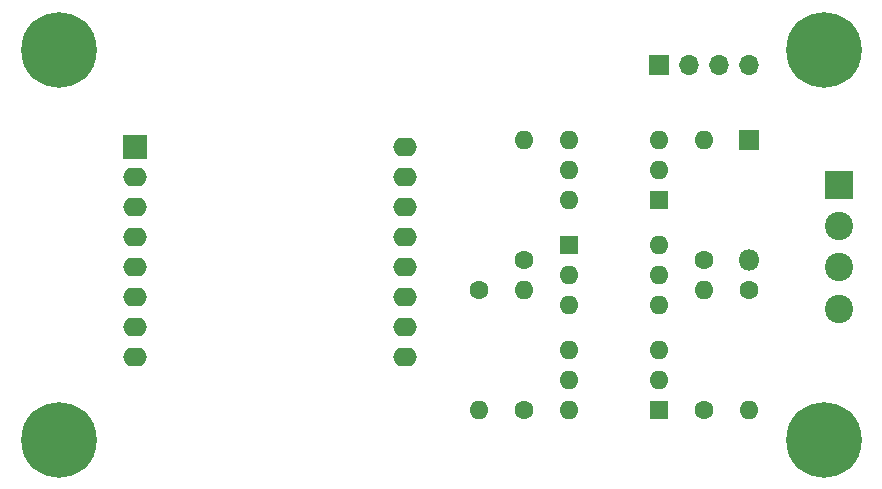
<source format=gbr>
G04 #@! TF.GenerationSoftware,KiCad,Pcbnew,(5.1.2-1)-1*
G04 #@! TF.CreationDate,2021-07-14T23:00:58-07:00*
G04 #@! TF.ProjectId,vista20p-alt,76697374-6132-4307-902d-616c742e6b69,rev?*
G04 #@! TF.SameCoordinates,Original*
G04 #@! TF.FileFunction,Soldermask,Top*
G04 #@! TF.FilePolarity,Negative*
%FSLAX46Y46*%
G04 Gerber Fmt 4.6, Leading zero omitted, Abs format (unit mm)*
G04 Created by KiCad (PCBNEW (5.1.2-1)-1) date 2021-07-14 23:00:58*
%MOMM*%
%LPD*%
G04 APERTURE LIST*
%ADD10O,1.800000X1.800000*%
%ADD11R,1.800000X1.800000*%
%ADD12C,2.400000*%
%ADD13R,2.400000X2.400000*%
%ADD14C,6.400000*%
%ADD15O,1.600000X1.600000*%
%ADD16C,1.600000*%
%ADD17R,1.600000X1.600000*%
%ADD18O,2.000000X1.600000*%
%ADD19R,2.000000X2.000000*%
%ADD20O,1.700000X1.700000*%
%ADD21R,1.700000X1.700000*%
G04 APERTURE END LIST*
D10*
X107950000Y-124460000D03*
D11*
X107950000Y-114300000D03*
D12*
X115570000Y-128610000D03*
X115570000Y-125110000D03*
X115570000Y-121610000D03*
D13*
X115570000Y-118110000D03*
D14*
X49530000Y-106680000D03*
X114300000Y-106680000D03*
X114300000Y-139700000D03*
X49530000Y-139700000D03*
D15*
X88900000Y-127000000D03*
D16*
X88900000Y-137160000D03*
D15*
X107950000Y-137160000D03*
D16*
X107950000Y-127000000D03*
D15*
X92710000Y-119380000D03*
X100330000Y-114300000D03*
X92710000Y-116840000D03*
X100330000Y-116840000D03*
X92710000Y-114300000D03*
D17*
X100330000Y-119380000D03*
D15*
X92710000Y-137160000D03*
X100330000Y-132080000D03*
X92710000Y-134620000D03*
X100330000Y-134620000D03*
X92710000Y-132080000D03*
D17*
X100330000Y-137160000D03*
D18*
X78830000Y-114910000D03*
X78830000Y-117450000D03*
X78830000Y-119990000D03*
X78830000Y-122530000D03*
X78830000Y-125070000D03*
X78830000Y-127610000D03*
X78830000Y-130150000D03*
X78830000Y-132690000D03*
X55970000Y-132690000D03*
X55970000Y-130150000D03*
X55970000Y-127610000D03*
X55970000Y-125070000D03*
X55970000Y-122530000D03*
X55970000Y-119990000D03*
D19*
X55970000Y-114910000D03*
D18*
X55970000Y-117450000D03*
D15*
X100330000Y-123190000D03*
X92710000Y-128270000D03*
X100330000Y-125730000D03*
X92710000Y-125730000D03*
X100330000Y-128270000D03*
D17*
X92710000Y-123190000D03*
D15*
X88900000Y-114300000D03*
D16*
X88900000Y-124460000D03*
D15*
X85090000Y-137160000D03*
D16*
X85090000Y-127000000D03*
D15*
X104140000Y-114300000D03*
D16*
X104140000Y-124460000D03*
D15*
X104140000Y-127000000D03*
D16*
X104140000Y-137160000D03*
D20*
X107950000Y-107950000D03*
X105410000Y-107950000D03*
X102870000Y-107950000D03*
D21*
X100330000Y-107950000D03*
M02*

</source>
